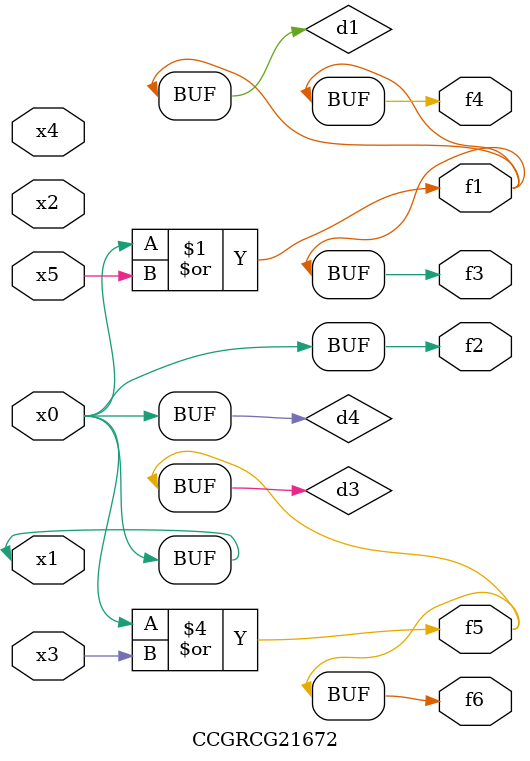
<source format=v>
module CCGRCG21672(
	input x0, x1, x2, x3, x4, x5,
	output f1, f2, f3, f4, f5, f6
);

	wire d1, d2, d3, d4;

	or (d1, x0, x5);
	xnor (d2, x1, x4);
	or (d3, x0, x3);
	buf (d4, x0, x1);
	assign f1 = d1;
	assign f2 = d4;
	assign f3 = d1;
	assign f4 = d1;
	assign f5 = d3;
	assign f6 = d3;
endmodule

</source>
